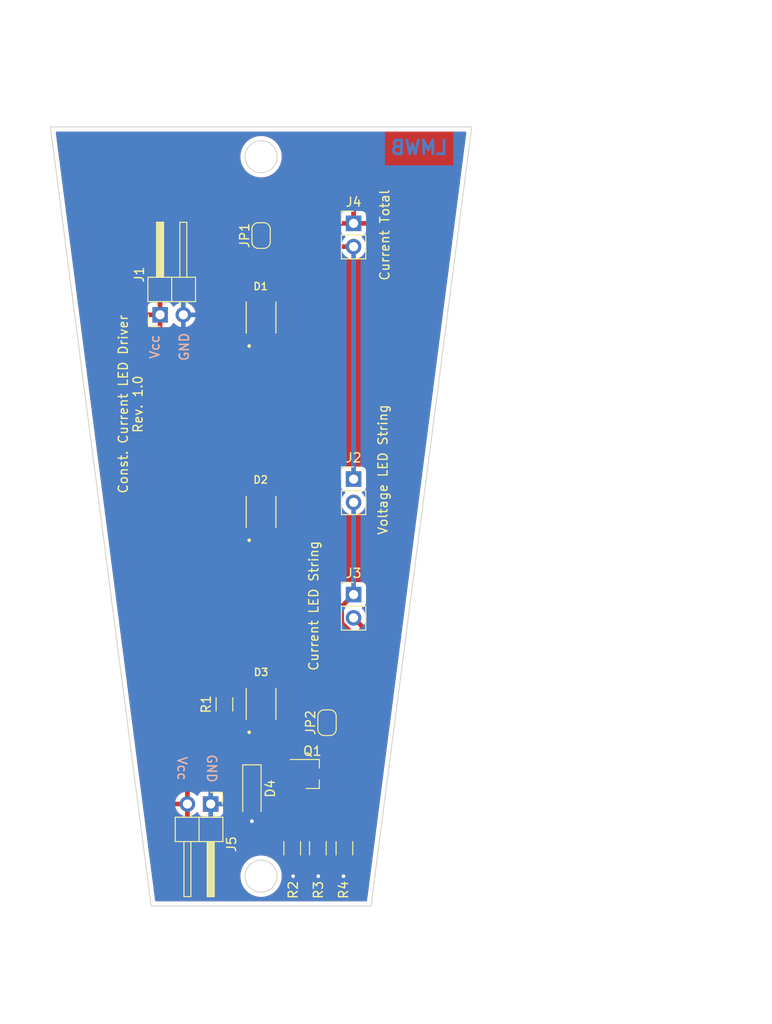
<source format=kicad_pcb>
(kicad_pcb (version 20240108) (generator "pcbnew") (generator_version "8.0")
  (title_block (date "2023-12-27") (rev "1.1"))
  (layers (0 "F.Cu" signal) (31 "B.Cu" signal) (34 "B.Paste" user) (35 "F.Paste" user) (36 "B.SilkS" user "B.Silkscreen") (37 "F.SilkS" user "F.Silkscreen") (38 "B.Mask" user) (39 "F.Mask" user) (44 "Edge.Cuts" user))
  (net 0 "")
  (net 1 "Net-(D1-Pad1)")
  (net 2 "+12V")
  (net 3 "Net-(D2-Pad1)")
  (net 4 "Net-(D4-Pad1)")
  (net 5 "GND")
  (net 6 "/CS-")
  (net 7 "/C+")
  (net 8 "/C-")
  (net 9 "Net-(Q1-Pad2)")
  (footprint "Resistor_SMD:R_1206_3216Metric_Pad1.30x1.75mm_HandSolder" (layer "F.Cu") (at 128.9 139.7 -90)
    (property "Reference" "R2" (at 4.55 -0.1 90) (layer "F.SilkS"))
    (property "Value" "47")
    (fp_line (start -0.727064 0.91) (end 0.727064 0.91) (stroke (width 0.12)) (layer "F.SilkS"))
    (fp_line (start -0.727064 -0.91) (end 0.727064 -0.91) (stroke (width 0.12)) (layer "F.SilkS"))
    (pad "1" smd roundrect (at -1.55 0 270) (size 1.3 1.75) (layers "F.Cu" "F.Paste" "F.Mask") (roundrect_rratio 0.1923076923) (net 9 "Net-(Q1-Pad2)"))
    (pad "2" smd roundrect (at 1.55 0 270) (size 1.3 1.75) (layers "F.Cu" "F.Paste" "F.Mask") (roundrect_rratio 0.1923076923) (net 5 "GND"))
  )
  (footprint "Connector_PinHeader_2.54mm:PinHeader_1x02_P2.54mm_Vertical" (layer "F.Cu") (at 135.6 112.025)
    (property "Reference" "J3" (at 0 -2.33 0) (layer "F.SilkS"))
    (property "Value" "Conn_01x02")
    (fp_line (start -1.33 -1.33) (end 0 -1.33) (stroke (width 0.12)) (layer "F.SilkS"))
    (fp_line (start -1.33 0) (end -1.33 -1.33) (stroke (width 0.12)) (layer "F.SilkS"))
    (fp_line (start -1.33 1.27) (end -1.33 3.87) (stroke (width 0.12)) (layer "F.SilkS"))
    (fp_line (start -1.33 1.27) (end 1.33 1.27) (stroke (width 0.12)) (layer "F.SilkS"))
    (fp_line (start -1.33 3.87) (end 1.33 3.87) (stroke (width 0.12)) (layer "F.SilkS"))
    (fp_line (start 1.33 1.27) (end 1.33 3.87) (stroke (width 0.12)) (layer "F.SilkS"))
    (pad "1" thru_hole rect (at 0 0) (size 1.7 1.7) (drill 1) (layers "*.Cu" "*.Mask") (net 7 "/C+"))
    (pad "2" thru_hole oval (at 0 2.54) (size 1.7 1.7) (drill 1) (layers "*.Cu" "*.Mask") (net 8 "/C-"))
  )
  (footprint "Connector_PinHeader_2.54mm:PinHeader_1x02_P2.54mm_Horizontal" (layer "F.Cu") (at 114.475 81.5 90)
    (property "Reference" "J1" (at 4.385 -2.27 90) (layer "F.SilkS"))
    (property "Value" "Conn_01x02")
    (fp_line (start 4.1 -1.33) (end 1.44 -1.33) (stroke (width 0.12)) (layer "F.SilkS"))
    (fp_line (start 1.44 -1.33) (end 1.44 3.87) (stroke (width 0.12)) (layer "F.SilkS"))
    (fp_line (start -1.27 -1.27) (end 0 -1.27) (stroke (width 0.12)) (layer "F.SilkS"))
    (fp_line (start 10.1 -0.38) (end 10.1 0.38) (stroke (width 0.12)) (layer "F.SilkS"))
    (fp_line (start 4.1 -0.38) (end 10.1 -0.38) (stroke (width 0.12)) (layer "F.SilkS"))
    (fp_line (start 1.11 -0.38) (end 1.44 -0.38) (stroke (width 0.12)) (layer "F.SilkS"))
    (fp_line (start 4.1 -0.32) (end 10.1 -0.32) (stroke (width 0.12)) (layer "F.SilkS"))
    (fp_line (start 4.1 -0.2) (end 10.1 -0.2) (stroke (width 0.12)) (layer "F.SilkS"))
    (fp_line (start 4.1 -0.08) (end 10.1 -0.08) (stroke (width 0.12)) (layer "F.SilkS"))
    (fp_line (start -1.27 0) (end -1.27 -1.27) (stroke (width 0.12)) (layer "F.SilkS"))
    (fp_line (start 4.1 0.04) (end 10.1 0.04) (stroke (width 0.12)) (layer "F.SilkS"))
    (fp_line (start 4.1 0.16) (end 10.1 0.16) (stroke (width 0.12)) (layer "F.SilkS"))
    (fp_line (start 4.1 0.28) (end 10.1 0.28) (stroke (width 0.12)) (layer "F.SilkS"))
    (fp_line (start 10.1 0.38) (end 4.1 0.38) (stroke (width 0.12)) (layer "F.SilkS"))
    (fp_line (start 1.11 0.38) (end 1.44 0.38) (stroke (width 0.12)) (layer "F.SilkS"))
    (fp_line (start 1.44 1.27) (end 4.1 1.27) (stroke (width 0.12)) (layer "F.SilkS"))
    (fp_line (start 10.1 2.16) (end 10.1 2.92) (stroke (width 0.12)) (layer "F.SilkS"))
    (fp_line (start 4.1 2.16) (end 10.1 2.16) (stroke (width 0.12)) (layer "F.SilkS"))
    (fp_line (start 1.042929 2.16) (end 1.44 2.16) (stroke (width 0.12)) (layer "F.SilkS"))
    (fp_line (start 10.1 2.92) (end 4.1 2.92) (stroke (width 0.12)) (layer "F.SilkS"))
    (fp_line (start 1.042929 2.92) (end 1.44 2.92) (stroke (width 0.12)) (layer "F.SilkS"))
    (fp_line (start 4.1 3.87) (end 4.1 -1.33) (stroke (width 0.12)) (layer "F.SilkS"))
    (fp_line (start 1.44 3.87) (end 4.1 3.87) (stroke (width 0.12)) (layer "F.SilkS"))
    (pad "1" thru_hole rect (at 0 0 90) (size 1.7 1.7) (drill 1) (layers "*.Cu" "*.Mask") (net 2 "+12V"))
    (pad "2" thru_hole oval (at 0 2.54 90) (size 1.7 1.7) (drill 1) (layers "*.Cu" "*.Mask") (net 5 "GND"))
  )
  (footprint "Jumper:SolderJumper-2_P1.3mm_Bridged2Bar_RoundedPad1.0x1.5mm" (layer "F.Cu") (at 125.5 72.850001 90)
    (property "Reference" "JP1" (at 0 -1.8 90) (layer "F.SilkS"))
    (property "Value" "SolderJumper_2_Bridged")
    (fp_poly (pts (xy -0.25 -0.6) (xy 0.25 -0.6) (xy 0.25 -0.2) (xy -0.25 -0.2)) (fill solid) (layer "F.Cu"))
    (fp_poly (pts (xy -0.25 0.2) (xy 0.25 0.2) (xy 0.25 0.6) (xy -0.25 0.6)) (fill solid) (layer "F.Cu"))
    (fp_line (start -0.7 -1) (end 0.7 -1) (stroke (width 0.12)) (layer "F.SilkS"))
    (fp_line (start 1.4 -0.3) (end 1.4 0.3) (stroke (width 0.12)) (layer "F.SilkS"))
    (fp_line (start -1.4 0.3) (end -1.4 -0.3) (stroke (width 0.12)) (layer "F.SilkS"))
    (fp_line (start 0.7 1) (end -0.7 1) (stroke (width 0.12)) (layer "F.SilkS"))
    (fp_arc (start 0.7 -1) (mid 1.194975 -0.794975) (end 1.4 -0.3) (stroke (width 0.12)) (layer "F.SilkS"))
    (fp_arc (start -1.4 -0.3) (mid -1.194975 -0.794975) (end -0.7 -1) (stroke (width 0.12)) (layer "F.SilkS"))
    (fp_arc (start 1.4 0.3) (mid 1.194975 0.794975) (end 0.7 1) (stroke (width 0.12)) (layer "F.SilkS"))
    (fp_arc (start -0.7 1) (mid -1.194975 0.794975) (end -1.4 0.3) (stroke (width 0.12)) (layer "F.SilkS"))
    (pad "1" smd custom (at -0.65 0 90) (size 1 0.5) (layers "F.Cu" "F.Mask") (net 6 "/CS-") (options (clearance outline) (anchor rect)) (primitives (gr_circle (center 0 0.25) (end 0.5 0.25) (width 0) (fill yes)) (gr_circle (center 0 -0.25) (end 0.5 -0.25) (width 0) (fill yes)) (gr_poly (pts (xy 0.5 0.75) (xy 0 0.75) (xy 0 -0.75) (xy 0.5 -0.75)) (width 0) (fill yes))))
    (pad "2" smd custom (at 0.65 0 90) (size 1 0.5) (layers "F.Cu" "F.Mask") (net 2 "+12V") (options (clearance outline) (anchor rect)) (primitives (gr_circle (center 0 0.25) (end 0.5 0.25) (width 0) (fill yes)) (gr_circle (center 0 -0.25) (end 0.5 -0.25) (width 0) (fill yes)) (gr_poly (pts (xy 0 0.75) (xy -0.5 0.75) (xy -0.5 -0.75) (xy 0 -0.75)) (width 0) (fill yes))))
  )
  (footprint "Package_TO_SOT_SMD:SOT-23_Handsoldering" (layer "F.Cu") (at 131.1 131.6)
    (property "Reference" "Q1" (at 0 -2.5 0) (layer "F.SilkS"))
    (property "Value" "BC847")
    (fp_line (start 0.76 -1.58) (end -2.4 -1.58) (stroke (width 0.12)) (layer "F.SilkS"))
    (fp_line (start 0.76 -1.58) (end 0.76 -0.65) (stroke (width 0.12)) (layer "F.SilkS"))
    (fp_line (start 0.76 1.58) (end -0.7 1.58) (stroke (width 0.12)) (layer "F.SilkS"))
    (fp_line (start 0.76 1.58) (end 0.76 0.65) (stroke (width 0.12)) (layer "F.SilkS"))
    (pad "1" smd rect (at -1.5 -0.95) (size 1.9 0.8) (layers "F.Cu" "F.Paste" "F.Mask") (net 4 "Net-(D4-Pad1)"))
    (pad "2" smd rect (at -1.5 0.95) (size 1.9 0.8) (layers "F.Cu" "F.Paste" "F.Mask") (net 9 "Net-(Q1-Pad2)"))
    (pad "3" smd rect (at 1.5 0) (size 1.9 0.8) (layers "F.Cu" "F.Paste" "F.Mask") (net 8 "/C-"))
  )
  (footprint "LED_SMD_LMWB:LED_3528_Handsolder_XL" (layer "F.Cu") (at 125.5 81.8 90)
    (property "Reference" "D1" (at 3.4 -0.05 180) (layer "F.SilkS") (effects (font (size 0.8 0.8))))
    (property "Value" "LED")
    (fp_line (start 1.7 -1.62) (end -1.7 -1.62) (stroke (width 0.127)) (layer "F.SilkS"))
    (fp_line (start -1.7 1.62) (end 1.7 1.62) (stroke (width 0.127)) (layer "F.SilkS"))
    (fp_circle (center -3.1 -1.3) (end -3 -1.3) (stroke (width 0.2)) (fill none) (layer "F.SilkS"))
    (pad "1" smd rect (at -1.55 0 90) (size 1.5 2.6) (layers "F.Cu" "F.Paste" "F.Mask") (net 1 "Net-(D1-Pad1)"))
    (pad "2" smd rect (at 1.55 0 90) (size 1.5 2.6) (layers "F.Cu" "F.Paste" "F.Mask") (net 6 "/CS-"))
  )
  (footprint "Resistor_SMD:R_1206_3216Metric_Pad1.30x1.75mm_HandSolder" (layer "F.Cu") (at 131.7 139.7 -90)
    (property "Reference" "R3" (at 4.55 -0.05 90) (layer "F.SilkS"))
    (property "Value" "47")
    (fp_line (start -0.727064 0.91) (end 0.727064 0.91) (stroke (width 0.12)) (layer "F.SilkS"))
    (fp_line (start -0.727064 -0.91) (end 0.727064 -0.91) (stroke (width 0.12)) (layer "F.SilkS"))
    (pad "1" smd roundrect (at -1.55 0 270) (size 1.3 1.75) (layers "F.Cu" "F.Paste" "F.Mask") (roundrect_rratio 0.1923076923) (net 9 "Net-(Q1-Pad2)"))
    (pad "2" smd roundrect (at 1.55 0 270) (size 1.3 1.75) (layers "F.Cu" "F.Paste" "F.Mask") (roundrect_rratio 0.1923076923) (net 5 "GND"))
  )
  (footprint "LED_SMD_LMWB:LED_3528_Handsolder_XL" (layer "F.Cu") (at 125.5 103 90)
    (property "Reference" "D2" (at 3.5 -0.05 0) (layer "F.SilkS") (effects (font (size 0.8 0.8))))
    (property "Value" "LED")
    (fp_line (start 1.7 -1.62) (end -1.7 -1.62) (stroke (width 0.127)) (layer "F.SilkS"))
    (fp_line (start -1.7 1.62) (end 1.7 1.62) (stroke (width 0.127)) (layer "F.SilkS"))
    (fp_circle (center -3.1 -1.3) (end -3 -1.3) (stroke (width 0.2)) (fill none) (layer "F.SilkS"))
    (pad "1" smd rect (at -1.55 0 90) (size 1.5 2.6) (layers "F.Cu" "F.Paste" "F.Mask") (net 3 "Net-(D2-Pad1)"))
    (pad "2" smd rect (at 1.55 0 90) (size 1.5 2.6) (layers "F.Cu" "F.Paste" "F.Mask") (net 1 "Net-(D1-Pad1)"))
  )
  (footprint "Connector_PinHeader_2.54mm:PinHeader_1x02_P2.54mm_Horizontal" (layer "F.Cu") (at 120 134.875 -90)
    (property "Reference" "J5" (at 4.385 -2.27 90) (layer "F.SilkS"))
    (property "Value" "Conn_01x02")
    (fp_line (start 1.44 3.87) (end 4.1 3.87) (stroke (width 0.12)) (layer "F.SilkS"))
    (fp_line (start 4.1 3.87) (end 4.1 -1.33) (stroke (width 0.12)) (layer "F.SilkS"))
    (fp_line (start 1.042929 2.92) (end 1.44 2.92) (stroke (width 0.12)) (layer "F.SilkS"))
    (fp_line (start 10.1 2.92) (end 4.1 2.92) (stroke (width 0.12)) (layer "F.SilkS"))
    (fp_line (start 1.042929 2.16) (end 1.44 2.16) (stroke (width 0.12)) (layer "F.SilkS"))
    (fp_line (start 4.1 2.16) (end 10.1 2.16) (stroke (width 0.12)) (layer "F.SilkS"))
    (fp_line (start 10.1 2.16) (end 10.1 2.92) (stroke (width 0.12)) (layer "F.SilkS"))
    (fp_line (start 1.44 1.27) (end 4.1 1.27) (stroke (width 0.12)) (layer "F.SilkS"))
    (fp_line (start 1.11 0.38) (end 1.44 0.38) (stroke (width 0.12)) (layer "F.SilkS"))
    (fp_line (start 10.1 0.38) (end 4.1 0.38) (stroke (width 0.12)) (layer "F.SilkS"))
    (fp_line (start 4.1 0.28) (end 10.1 0.28) (stroke (width 0.12)) (layer "F.SilkS"))
    (fp_line (start 4.1 0.16) (end 10.1 0.16) (stroke (width 0.12)) (layer "F.SilkS"))
    (fp_line (start 4.1 0.04) (end 10.1 0.04) (stroke (width 0.12)) (layer "F.SilkS"))
    (fp_line (start -1.27 0) (end -1.27 -1.27) (stroke (width 0.12)) (layer "F.SilkS"))
    (fp_line (start 4.1 -0.08) (end 10.1 -0.08) (stroke (width 0.12)) (layer "F.SilkS"))
    (fp_line (start 4.1 -0.2) (end 10.1 -0.2) (stroke (width 0.12)) (layer "F.SilkS"))
    (fp_line (start 4.1 -0.32) (end 10.1 -0.32) (stroke (width 0.12)) (layer "F.SilkS"))
    (fp_line (start 1.11 -0.38) (end 1.44 -0.38) (stroke (width 0.12)) (layer "F.SilkS"))
    (fp_line (start 4.1 -0.38) (end 10.1 -0.38) (stroke (width 0.12)) (layer "F.SilkS"))
    (fp_line (start 10.1 -0.38) (end 10.1 0.38) (stroke (width 0.12)) (layer "F.SilkS"))
    (fp_line (start -1.27 -1.27) (end 0 -1.27) (stroke (width 0.12)) (layer "F.SilkS"))
    (fp_line (start 1.44 -1.33) (end 1.44 3.87) (stroke (width 0.12)) (layer "F.SilkS"))
    (fp_line (start 4.1 -1.33) (end 1.44 -1.33) (stroke (width 0.12)) (layer "F.SilkS"))
    (pad "1" thru_hole rect (at 0 0 270) (size 1.7 1.7) (drill 1) (layers "*.Cu" "*.Mask") (net 5 "GND"))
    (pad "2" thru_hole oval (at 0 2.54 270) (size 1.7 1.7) (drill 1) (layers "*.Cu" "*.Mask") (net 2 "+12V"))
  )
  (footprint "LED_SMD_LMWB:LED_3528_Handsolder_XL" (layer "F.Cu") (at 125.5 123.95 90)
    (property "Reference" "D3" (at 3.45 0 0) (layer "F.SilkS") (effects (font (size 0.8 0.8))))
    (property "Value" "LED")
    (fp_line (start 1.7 -1.62) (end -1.7 -1.62) (stroke (width 0.127)) (layer "F.SilkS"))
    (fp_line (start -1.7 1.62) (end 1.7 1.62) (stroke (width 0.127)) (layer "F.SilkS"))
    (fp_circle (center -3.1 -1.3) (end -3 -1.3) (stroke (width 0.2)) (fill none) (layer "F.SilkS"))
    (pad "1" smd rect (at -1.55 0 90) (size 1.5 2.6) (layers "F.Cu" "F.Paste" "F.Mask") (net 7 "/C+"))
    (pad "2" smd rect (at 1.55 0 90) (size 1.5 2.6) (layers "F.Cu" "F.Paste" "F.Mask") (net 3 "Net-(D2-Pad1)"))
  )
  (footprint "LED_SMD_LMWB:D_SOD-123_HandsolderXL" (layer "F.Cu") (at 124.5 133.2 -90)
    (property "Reference" "D4" (at 0 -2 -90) (layer "F.SilkS"))
    (property "Value" "D_Zener")
    (fp_line (start -2.6 1) (end 2.5 1) (stroke (width 0.12)) (layer "F.SilkS"))
    (fp_line (start -2.6 -1) (end -2.6 1) (stroke (width 0.12)) (layer "F.SilkS"))
    (fp_line (start -2.6 -1) (end 2.5 -1) (stroke (width 0.12)) (layer "F.SilkS"))
    (pad "1" smd rect (at -1.85 0 270) (size 1.3 1.2) (layers "F.Cu" "F.Paste" "F.Mask") (net 4 "Net-(D4-Pad1)"))
    (pad "2" smd rect (at 1.85 0 270) (size 1.3 1.2) (layers "F.Cu" "F.Paste" "F.Mask") (net 5 "GND"))
  )
  (footprint "Jumper:SolderJumper-2_P1.3mm_Bridged2Bar_RoundedPad1.0x1.5mm" (layer "F.Cu") (at 132.7 126 90)
    (property "Reference" "JP2" (at 0 -1.8 90) (layer "F.SilkS"))
    (property "Value" "SolderJumper_2_Bridged")
    (fp_poly (pts (xy -0.25 -0.6) (xy 0.25 -0.6) (xy 0.25 -0.2) (xy -0.25 -0.2)) (fill solid) (layer "F.Cu"))
    (fp_poly (pts (xy -0.25 0.2) (xy 0.25 0.2) (xy 0.25 0.6) (xy -0.25 0.6)) (fill solid) (layer "F.Cu"))
    (fp_line (start -0.7 -1) (end 0.7 -1) (stroke (width 0.12)) (layer "F.SilkS"))
    (fp_line (start 1.4 -0.3) (end 1.4 0.3) (stroke (width 0.12)) (layer "F.SilkS"))
    (fp_line (start -1.4 0.3) (end -1.4 -0.3) (stroke (width 0.12)) (layer "F.SilkS"))
    (fp_line (start 0.7 1) (end -0.7 1) (stroke (width 0.12)) (layer "F.SilkS"))
    (fp_arc (start 0.7 -1) (mid 1.194975 -0.794975) (end 1.4 -0.3) (stroke (width 0.12)) (layer "F.SilkS"))
    (fp_arc (start -1.4 -0.3) (mid -1.194975 -0.794975) (end -0.7 -1) (stroke (width 0.12)) (layer "F.SilkS"))
    (fp_arc (start 1.4 0.3) (mid 1.194975 0.794975) (end 0.7 1) (stroke (width 0.12)) (layer "F.SilkS"))
    (fp_arc (start -0.7 1) (mid -1.194975 0.794975) (end -1.4 0.3) (stroke (width 0.12)) (layer "F.SilkS"))
    (pad "1" smd custom (at -0.65 0 90) (size 1 0.5) (layers "F.Cu" "F.Mask") (net 8 "/C-") (options (clearance outline) (anchor rect)) (primitives (gr_circle (center 0 0.25) (end 0.5 0.25) (width 0) (fill yes)) (gr_circle (center 0 -0.25) (end 0.5 -0.25) (width 0) (fill yes)) (gr_poly (pts (xy 0.5 0.75) (xy 0 0.75) (xy 0 -0.75) (xy 0.5 -0.75)) (width 0) (fill yes))))
    (pad "2" smd custom (at 0.65 0 90) (size 1 0.5) (layers "F.Cu" "F.Mask") (net 7 "/C+") (options (clearance outline) (anchor rect)) (primitives (gr_circle (center 0 0.25) (end 0.5 0.25) (width 0) (fill yes)) (gr_circle (center 0 -0.25) (end 0.5 -0.25) (width 0) (fill yes)) (gr_poly (pts (xy 0 0.75) (xy -0.5 0.75) (xy -0.5 -0.75) (xy 0 -0.75)) (width 0) (fill yes))))
  )
  (footprint "Resistor_SMD:R_1206_3216Metric_Pad1.30x1.75mm_HandSolder" (layer "F.Cu") (at 134.6 139.7 -90)
    (property "Reference" "R4" (at 4.55 0.1 90) (layer "F.SilkS"))
    (property "Value" "47")
    (fp_line (start -0.727064 0.91) (end 0.727064 0.91) (stroke (width 0.12)) (layer "F.SilkS"))
    (fp_line (start -0.727064 -0.91) (end 0.727064 -0.91) (stroke (width 0.12)) (layer "F.SilkS"))
    (pad "1" smd roundrect (at -1.55 0 270) (size 1.3 1.75) (layers "F.Cu" "F.Paste" "F.Mask") (roundrect_rratio 0.1923076923) (net 9 "Net-(Q1-Pad2)"))
    (pad "2" smd roundrect (at 1.55 0 270) (size 1.3 1.75) (layers "F.Cu" "F.Paste" "F.Mask") (roundrect_rratio 0.1923076923) (net 5 "GND"))
  )
  (footprint "Resistor_SMD:R_1206_3216Metric_Pad1.30x1.75mm_HandSolder" (layer "F.Cu") (at 121.5 124 -90)
    (property "Reference" "R1" (at 0 2 90) (layer "F.SilkS"))
    (property "Value" "4k7")
    (fp_line (start -0.727064 0.91) (end 0.727064 0.91) (stroke (width 0.12)) (layer "F.SilkS"))
    (fp_line (start -0.727064 -0.91) (end 0.727064 -0.91) (stroke (width 0.12)) (layer "F.SilkS"))
    (pad "1" smd roundrect (at -1.55 0 270) (size 1.3 1.75) (layers "F.Cu" "F.Paste" "F.Mask") (roundrect_rratio 0.1923076923) (net 6 "/CS-"))
    (pad "2" smd roundrect (at 1.55 0 270) (size 1.3 1.75) (layers "F.Cu" "F.Paste" "F.Mask") (roundrect_rratio 0.1923076923) (net 4 "Net-(D4-Pad1)"))
  )
  (footprint "Connector_PinHeader_2.54mm:PinHeader_1x02_P2.54mm_Vertical" (layer "F.Cu") (at 135.6 71.525)
    (property "Reference" "J4" (at 0 -2.33 0) (layer "F.SilkS"))
    (property "Value" "Conn_01x02")
    (fp_line (start -1.33 -1.33) (end 0 -1.33) (stroke (width 0.12)) (layer "F.SilkS"))
    (fp_line (start -1.33 0) (end -1.33 -1.33) (stroke (width 0.12)) (layer "F.SilkS"))
    (fp_line (start -1.33 1.27) (end -1.33 3.87) (stroke (width 0.12)) (layer "F.SilkS"))
    (fp_line (start -1.33 1.27) (end 1.33 1.27) (stroke (width 0.12)) (layer "F.SilkS"))
    (fp_line (start -1.33 3.87) (end 1.33 3.87) (stroke (width 0.12)) (layer "F.SilkS"))
    (fp_line (start 1.33 1.27) (end 1.33 3.87) (stroke (width 0.12)) (layer "F.SilkS"))
    (pad "1" thru_hole rect (at 0 0) (size 1.7 1.7) (drill 1) (layers "*.Cu" "*.Mask") (net 2 "+12V"))
    (pad "2" thru_hole oval (at 0 2.54) (size 1.7 1.7) (drill 1) (layers "*.Cu" "*.Mask") (net 6 "/CS-"))
  )
  (footprint "Connector_PinHeader_2.54mm:PinHeader_1x02_P2.54mm_Vertical" (layer "F.Cu") (at 135.6 99.425)
    (property "Reference" "J2" (at 0 -2.33 0) (layer "F.SilkS"))
    (property "Value" "Conn_01x02")
    (fp_line (start -1.33 -1.33) (end 0 -1.33) (stroke (width 0.12)) (layer "F.SilkS"))
    (fp_line (start -1.33 0) (end -1.33 -1.33) (stroke (width 0.12)) (layer "F.SilkS"))
    (fp_line (start -1.33 1.27) (end -1.33 3.87) (stroke (width 0.12)) (layer "F.SilkS"))
    (fp_line (start -1.33 1.27) (end 1.33 1.27) (stroke (width 0.12)) (layer "F.SilkS"))
    (fp_line (start -1.33 3.87) (end 1.33 3.87) (stroke (width 0.12)) (layer "F.SilkS"))
    (fp_line (start 1.33 1.27) (end 1.33 3.87) (stroke (width 0.12)) (layer "F.SilkS"))
    (pad "1" thru_hole rect (at 0 0) (size 1.7 1.7) (drill 1) (layers "*.Cu" "*.Mask") (net 6 "/CS-"))
    (pad "2" thru_hole oval (at 0 2.54) (size 1.7 1.7) (drill 1) (layers "*.Cu" "*.Mask") (net 7 "/C+"))
  )
  (gr_line (start 113.5 146) (end 102.5 61) (stroke (width 0.1)) (layer "Edge.Cuts"))
  (gr_circle (center 125.5 64.25) (end 127.25 64.25) (stroke (width 0.1)) (fill none) (layer "Edge.Cuts"))
  (gr_line (start 148.5 61) (end 102.5 61) (stroke (width 0.1)) (layer "Edge.Cuts"))
  (gr_line (start 137.5 146) (end 148.5 61) (stroke (width 0.1)) (layer "Edge.Cuts"))
  (gr_circle (center 125.5 142.75) (end 127.25 142.75) (stroke (width 0.1)) (fill none) (layer "Edge.Cuts"))
  (gr_line (start 113.5 146) (end 137.5 146) (stroke (width 0.1)) (layer "Edge.Cuts"))
  (gr_text "LMWB" (at 142.75 63.25 0) (layer "B.Cu") (effects (font (size 1.5 1.5) (thickness 0.3)) (justify mirror)))
  (gr_text "Vcc\n\nGND" (at 115.5 85 90) (layer "B.SilkS") (effects (font (size 1 1))))
  (gr_text "GND\n\nVcc" (at 118.5 131 270) (layer "B.SilkS") (effects (font (size 1 1))))
  (gr_text "GND\n\nVcc" (at 118.5 131 270) (layer "F.SilkS") (effects (font (size 1 1))))
  (gr_text "Current Total" (at 139 72.8 90) (layer "F.SilkS") (effects (font (size 1 1))))
  (gr_text "Vcc\n\nGND" (at 115.5 85 90) (layer "F.SilkS") (effects (font (size 1 1))))
  (gr_text "Const. Current LED Driver\nRev. 1.0" (at 111.25 91.25 90) (layer "F.SilkS") (effects (font (size 1 1))))
  (gr_text "Current LED String" (at 131.25 113.25 90) (layer "F.SilkS") (effects (font (size 1 1))))
  (gr_text "Voltage LED String" (at 138.8 98.4 90) (layer "F.SilkS") (effects (font (size 1 1))))
  (segment (start 125.5 83.35) (end 125.5 101.45) (width 0.5) (layer "F.Cu") (net 1))
  (segment (start 125.5 104.55) (end 125.5 122.4) (width 0.5) (layer "F.Cu") (net 3))
  (segment (start 125.35 130.65) (end 129.6 130.65) (width 0.5) (layer "F.Cu") (net 4))
  (segment (start 121.5 125.55) (end 121.5 128.5) (width 0.5) (layer "F.Cu") (net 4))
  (segment (start 121.5 128.5) (end 124.5 131.5) (width 0.5) (layer "F.Cu") (net 4))
  (segment (start 124.5 131.5) (end 125.35 130.65) (width 0.5) (layer "F.Cu") (net 4))
  (segment (start 128.9 141.25) (end 128.9 142.65) (width 0.5) (layer "F.Cu") (net 5))
  (segment (start 131.7 142.7) (end 131.75 142.75) (width 0.5) (layer "F.Cu") (net 5))
  (segment (start 124.5 134.6875) (end 124.5 136.75) (width 0.5) (layer "F.Cu") (net 5))
  (segment (start 128.9 141.25) (end 131.7 141.25) (width 0.5) (layer "F.Cu") (net 5))
  (segment (start 134.6 141.25) (end 134.6 142.65) (width 0.5) (layer "F.Cu") (net 5))
  (segment (start 134.6 142.65) (end 134.5 142.75) (width 0.5) (layer "F.Cu") (net 5))
  (segment (start 131.7 141.25) (end 131.7 142.7) (width 0.5) (layer "F.Cu") (net 5))
  (segment (start 134.6 141.25) (end 131.7 141.25) (width 0.5) (layer "F.Cu") (net 5))
  (segment (start 128.9 142.65) (end 129 142.75) (width 0.5) (layer "F.Cu") (net 5))
  (via (at 131.75 142.75) (size 0.8) (drill 0.4) (layers "F.Cu" "B.Cu") (net 5))
  (via (at 124.5 136.75) (size 0.8) (drill 0.4) (layers "F.Cu" "B.Cu") (net 5))
  (via (at 129 142.75) (size 0.8) (drill 0.4) (layers "F.Cu" "B.Cu") (net 5))
  (via (at 134.5 142.75) (size 0.8) (drill 0.4) (layers "F.Cu" "B.Cu") (net 5))
  (segment (start 124.75 80.25) (end 125.5 80.25) (width 0.5) (layer "F.Cu") (net 6))
  (segment (start 126.064999 74.065) (end 125.5 73.500001) (width 0.5) (layer "F.Cu") (net 6))
  (segment (start 121.5 122.45) (end 121.5 83.5) (width 0.5) (layer "F.Cu") (net 6))
  (segment (start 125.5 80.25) (end 125.5 73.500001) (width 0.5) (layer "F.Cu") (net 6))
  (segment (start 135.6 74.065) (end 126.064999 74.065) (width 0.5) (layer "F.Cu") (net 6))
  (segment (start 121.5 83.5) (end 124.75 80.25) (width 0.5) (layer "F.Cu") (net 6))
  (segment (start 135.6 99.425) (end 135.6 74.065) (width 0.5) (layer "B.Cu") (net 6))
  (segment (start 134.3 115.103478) (end 135.8 116.603478) (width 0.5) (layer "F.Cu") (net 7))
  (segment (start 135.8 116.603478) (end 135.8 124.95) (width 0.5) (layer "F.Cu") (net 7))
  (segment (start 132.7 125.35) (end 132.525 125.175) (width 0.5) (layer "F.Cu") (net 7))
  (segment (start 132.525 125.175) (end 125.825 125.175) (width 0.5) (layer "F.Cu") (net 7))
  (segment (start 125.825 125.175) (end 125.5 125.5) (width 0.5) (layer "F.Cu") (net 7))
  (segment (start 135.6 112.025) (end 134.3 113.325) (width 0.5) (layer "F.Cu") (net 7))
  (segment (start 135.4 125.35) (end 132.7 125.35) (width 0.5) (layer "F.Cu") (net 7))
  (segment (start 135.8 124.95) (end 135.4 125.35) (width 0.5) (layer "F.Cu") (net 7))
  (segment (start 134.3 113.325) (end 134.3 115.103478) (width 0.5) (layer "F.Cu") (net 7))
  (segment (start 135.6 101.965) (end 135.6 112.025) (width 0.5) (layer "B.Cu") (net 7))
  (segment (start 135 126.75) (end 132.8 126.75) (width 0.5) (layer "F.Cu") (net 8))
  (segment (start 135.6 114.565) (end 136.5 115.465) (width 0.5) (layer "F.Cu") (net 8))
  (segment (start 132.8 126.75) (end 132.7 126.65) (width 0.5) (layer "F.Cu") (net 8))
  (segment (start 132.7 126.65) (end 132.75 126.7) (width 0.5) (layer "F.Cu") (net 8))
  (segment (start 132.7 131.5) (end 132.6 131.6) (width 0.5) (layer "F.Cu") (net 8))
  (segment (start 136.5 115.465) (end 136.5 125.25) (width 0.5) (layer "F.Cu") (net 8))
  (segment (start 132.7 126.65) (end 132.7 131.5) (width 0.5) (layer "F.Cu") (net 8))
  (segment (start 136.5 125.25) (end 135 126.75) (width 0.5) (layer "F.Cu") (net 8))
  (segment (start 128.5 134.2125) (end 128.5 137.75) (width 0.5) (layer "F.Cu") (net 9))
  (segment (start 130.1625 132.55) (end 128.5 134.2125) (width 0.5) (layer "F.Cu") (net 9))
  (segment (start 131.7 138.15) (end 134.6 138.15) (width 0.5) (layer "F.Cu") (net 9))
  (segment (start 128.5 137.75) (end 128.9 138.15) (width 0.5) (layer "F.Cu") (net 9))
  (segment (start 128.9 138.15) (end 131.7 138.15) (width 0.5) (layer "F.Cu") (net 9))
  (zone (net 2) (net_name "+12V") (layer "F.Cu") (connect_pads (clearance 0.508)) (min_thickness 0.254) (fill yes (thermal_gap 0.508) (thermal_bridge_width 0.508))
    (polygon (pts (xy 151.1 147.2) (xy 98.9 147.2) (xy 99.2 60.3) (xy 151.4 60.4)))
  )
  (zone (net 5) (net_name "GND") (layer "B.Cu") (connect_pads (clearance 0.508)) (min_thickness 0.254) (fill yes (thermal_gap 0.508) (thermal_bridge_width 0.508))
    (polygon (pts (xy 151 147) (xy 97 147) (xy 97 58) (xy 152 58)))
  )
)
</source>
